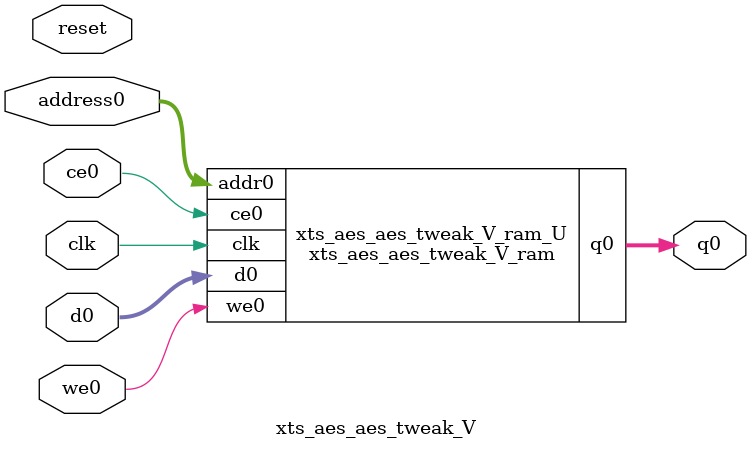
<source format=v>
`timescale 1 ns / 1 ps
module xts_aes_aes_tweak_V_ram (addr0, ce0, d0, we0, q0,  clk);

parameter DWIDTH = 16;
parameter AWIDTH = 4;
parameter MEM_SIZE = 16;

input[AWIDTH-1:0] addr0;
input ce0;
input[DWIDTH-1:0] d0;
input we0;
output reg[DWIDTH-1:0] q0;
input clk;

(* ram_style = "distributed" *)reg [DWIDTH-1:0] ram[0:MEM_SIZE-1];




always @(posedge clk)  
begin 
    if (ce0) 
    begin
        if (we0) 
        begin 
            ram[addr0] <= d0; 
        end 
        q0 <= ram[addr0];
    end
end


endmodule

`timescale 1 ns / 1 ps
module xts_aes_aes_tweak_V(
    reset,
    clk,
    address0,
    ce0,
    we0,
    d0,
    q0);

parameter DataWidth = 32'd16;
parameter AddressRange = 32'd16;
parameter AddressWidth = 32'd4;
input reset;
input clk;
input[AddressWidth - 1:0] address0;
input ce0;
input we0;
input[DataWidth - 1:0] d0;
output[DataWidth - 1:0] q0;



xts_aes_aes_tweak_V_ram xts_aes_aes_tweak_V_ram_U(
    .clk( clk ),
    .addr0( address0 ),
    .ce0( ce0 ),
    .we0( we0 ),
    .d0( d0 ),
    .q0( q0 ));

endmodule


</source>
